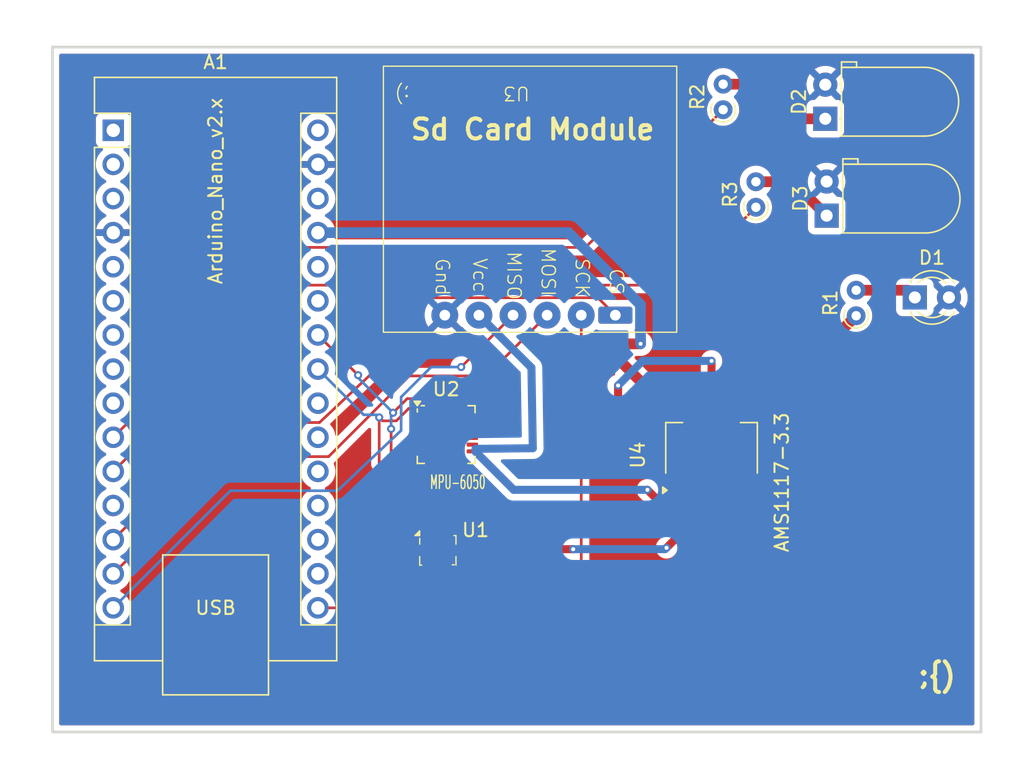
<source format=kicad_pcb>
(kicad_pcb (version 20241229) (generator "pcbnew") (generator_version "9.0")
  (layers (0 "F.Cu" signal) (2 "B.Cu" signal) (13 "F.Paste" user) (15 "B.Paste" user) (5 "F.SilkS" user "F.Silkscreen") (7 "B.SilkS" user "B.Silkscreen") (1 "F.Mask" user) (3 "B.Mask" user) (25 "Edge.Cuts" user))
  (net 0 "")
  (net 1 "/MISO")
  (net 2 "/SCK")
  (net 4 "GND")
  (net 5 "+5V")
  (net 6 "/L3")
  (net 8 "/L2")
  (net 14 "/MOSI")
  (net 20 "/SDA")
  (net 26 "/SCL")
  (net 27 "/cs")
  (net 30 "Net-(D1-K)")
  (net 31 "Net-(D2-K)")
  (net 32 "Net-(D3-K)")
  (net 35 "/PWR(3.3)")
  (footprint "LED_THT:LED_D5.0mm_Horizontal_O1.27mm_Z3.0mm" (layer "F.Cu") (at 183.5766 67.2642 90)
    (property "Reference" "D2" (at 1.27 -1.96 90) (layer "F.SilkS"))
    (property "Value" "LED")
    (fp_line (start 2.54 1.08) (end 2.54 1.08) (stroke (width 0.12)) (layer "F.SilkS"))
    (fp_line (start 2.54 1.08) (end 2.54 1.21) (stroke (width 0.12)) (layer "F.SilkS"))
    (fp_line (start 0 1.08) (end 0 1.08) (stroke (width 0.12)) (layer "F.SilkS"))
    (fp_line (start 0 1.08) (end 0 1.21) (stroke (width 0.12)) (layer "F.SilkS"))
    (fp_line (start 4.23 1.21) (end 4.23 2.33) (stroke (width 0.12)) (layer "F.SilkS"))
    (fp_line (start 3.83 1.21) (end 4.23 1.21) (stroke (width 0.12)) (layer "F.SilkS"))
    (fp_line (start 3.83 1.21) (end 3.83 7.37) (stroke (width 0.12)) (layer "F.SilkS"))
    (fp_line (start 2.54 1.21) (end 2.54 1.08) (stroke (width 0.12)) (layer "F.SilkS"))
    (fp_line (start 2.54 1.21) (end 2.54 1.21) (stroke (width 0.12)) (layer "F.SilkS"))
    (fp_line (start 0 1.21) (end 0 1.08) (stroke (width 0.12)) (layer "F.SilkS"))
    (fp_line (start 0 1.21) (end 0 1.21) (stroke (width 0.12)) (layer "F.SilkS"))
    (fp_line (start -1.29 1.21) (end 3.83 1.21) (stroke (width 0.12)) (layer "F.SilkS"))
    (fp_line (start -1.29 1.21) (end -1.29 7.37) (stroke (width 0.12)) (layer "F.SilkS"))
    (fp_line (start 4.23 2.33) (end 3.83 2.33) (stroke (width 0.12)) (layer "F.SilkS"))
    (fp_line (start 3.83 2.33) (end 3.83 1.21) (stroke (width 0.12)) (layer "F.SilkS"))
    (fp_arc (start 3.83 7.37) (mid 1.27 9.93) (end -1.29 7.37) (stroke (width 0.12)) (layer "F.SilkS"))
    (pad "1" thru_hole rect (at 0 0 90) (size 1.8 1.8) (drill 0.9) (layers "*.Cu" "*.Mask") (net 31 "Net-(D2-K)"))
    (pad "2" thru_hole circle (at 2.54 0 90) (size 1.8 1.8) (drill 0.9) (layers "*.Cu" "*.Mask") (net 4 "GND"))
  )
  (footprint "LED_THT:LED_D5.0mm_Horizontal_O1.27mm_Z3.0mm_Clear" (layer "F.Cu") (at 183.6782 74.4778 90)
    (property "Reference" "D3" (at 1.27 -1.96 90) (layer "F.SilkS"))
    (property "Value" "LED")
    (fp_line (start 2.54 1.08) (end 2.54 1.08) (stroke (width 0.12)) (layer "F.SilkS"))
    (fp_line (start 2.54 1.08) (end 2.54 1.21) (stroke (width 0.12)) (layer "F.SilkS"))
    (fp_line (start 0 1.08) (end 0 1.08) (stroke (width 0.12)) (layer "F.SilkS"))
    (fp_line (start 0 1.08) (end 0 1.21) (stroke (width 0.12)) (layer "F.SilkS"))
    (fp_line (start 4.23 1.21) (end 4.23 2.33) (stroke (width 0.12)) (layer "F.SilkS"))
    (fp_line (start 3.83 1.21) (end 4.23 1.21) (stroke (width 0.12)) (layer "F.SilkS"))
    (fp_line (start 3.83 1.21) (end 3.83 7.37) (stroke (width 0.12)) (layer "F.SilkS"))
    (fp_line (start 2.54 1.21) (end 2.54 1.08) (stroke (width 0.12)) (layer "F.SilkS"))
    (fp_line (start 2.54 1.21) (end 2.54 1.21) (stroke (width 0.12)) (layer "F.SilkS"))
    (fp_line (start 0 1.21) (end 0 1.08) (stroke (width 0.12)) (layer "F.SilkS"))
    (fp_line (start 0 1.21) (end 0 1.21) (stroke (width 0.12)) (layer "F.SilkS"))
    (fp_line (start -1.29 1.21) (end 3.83 1.21) (stroke (width 0.12)) (layer "F.SilkS"))
    (fp_line (start -1.29 1.21) (end -1.29 7.37) (stroke (width 0.12)) (layer "F.SilkS"))
    (fp_line (start 4.23 2.33) (end 3.83 2.33) (stroke (width 0.12)) (layer "F.SilkS"))
    (fp_line (start 3.83 2.33) (end 3.83 1.21) (stroke (width 0.12)) (layer "F.SilkS"))
    (fp_arc (start 3.83 7.37) (mid 1.27 9.93) (end -1.29 7.37) (stroke (width 0.12)) (layer "F.SilkS"))
    (pad "1" thru_hole rect (at 0 0 90) (size 1.8 1.8) (drill 0.9) (layers "*.Cu" "*.Mask") (net 32 "Net-(D3-K)"))
    (pad "2" thru_hole circle (at 2.54 0 90) (size 1.8 1.8) (drill 0.9) (layers "*.Cu" "*.Mask") (net 4 "GND"))
  )
  (footprint "Package_TO_SOT_SMD:SOT-223-3_TabPin2" (layer "F.Cu") (at 175.1076 91.7956 90)
    (property "Reference" "U4" (at -0.508 -5.4864 90) (layer "F.SilkS"))
    (property "Value" "AMS1117-3.3" (at -2.54 5.2324 270) (layer "F.SilkS"))
    (fp_line (start 1.91 -3.41) (end 1.91 -2.15) (stroke (width 0.12)) (layer "F.SilkS"))
    (fp_line (start -1.85 -3.41) (end 1.91 -3.41) (stroke (width 0.12)) (layer "F.SilkS"))
    (fp_line (start 1.91 3.41) (end 1.91 2.15) (stroke (width 0.12)) (layer "F.SilkS"))
    (fp_line (start -1.85 3.41) (end 1.91 3.41) (stroke (width 0.12)) (layer "F.SilkS"))
    (fp_poly (pts (xy -3.13 -3.31) (xy -3.37 -3.64) (xy -2.89 -3.64) (xy -3.13 -3.31)) (stroke (width 0.12)) (fill yes) (layer "F.SilkS"))
    (pad "1" smd roundrect (at -3.15 -2.3 90) (size 2 1.5) (layers "F.Cu" "F.Mask" "F.Paste") (net 4 "GND"))
    (pad "2" smd roundrect (at -3.15 0 90) (size 2 1.5) (layers "F.Cu" "F.Mask" "F.Paste") (net 35 "/PWR(3.3)"))
    (pad "2" smd roundrect (at 3.15 0 90) (size 2 3.8) (layers "F.Cu" "F.Mask" "F.Paste") (net 35 "/PWR(3.3)"))
    (pad "3" smd roundrect (at -3.15 2.3 90) (size 2 1.5) (layers "F.Cu" "F.Mask" "F.Paste") (net 5 "+5V"))
  )
  (footprint "LED_THT:LED_D3.0mm" (layer "F.Cu") (at 190.246 80.5688)
    (property "Reference" "D1" (at 1.27 -2.96 0) (layer "F.SilkS"))
    (property "Value" "LED")
    (fp_line (start -0.29 -1.236) (end -0.29 -1.08) (stroke (width 0.12)) (layer "F.SilkS"))
    (fp_line (start -0.29 1.08) (end -0.29 1.236) (stroke (width 0.12)) (layer "F.SilkS"))
    (fp_arc (start -0.29 -1.235516) (mid 1.36566 -1.987699) (end 2.941437 -1.08) (stroke (width 0.12)) (layer "F.SilkS"))
    (fp_arc (start 0.229039 -1.08) (mid 1.27 -1.5) (end 2.310961 -1.08) (stroke (width 0.12)) (layer "F.SilkS"))
    (fp_arc (start 2.310961 1.08) (mid 1.27 1.5) (end 0.229039 1.08) (stroke (width 0.12)) (layer "F.SilkS"))
    (fp_arc (start 2.941437 1.08) (mid 1.36566 1.987699) (end -0.29 1.235516) (stroke (width 0.12)) (layer "F.SilkS"))
    (pad "1" thru_hole rect (at 0 0) (size 1.8 1.8) (drill 0.9) (layers "*.Cu" "*.Mask") (net 30 "Net-(D1-K)"))
    (pad "2" thru_hole circle (at 2.54 0) (size 1.8 1.8) (drill 0.9) (layers "*.Cu" "*.Mask") (net 4 "GND"))
  )
  (footprint "Resistor_THT:R_Axial_DIN0204_L3.6mm_D1.6mm_P1.90mm_Vertical" (layer "F.Cu") (at 185.8772 81.931 90)
    (property "Reference" "R1" (at 0.95 -1.92 90) (layer "F.SilkS"))
    (property "Value" "330")
    (fp_arc (start 0.417133 0.82) (mid -0.92 0) (end 0.417133 -0.82) (stroke (width 0.12)) (layer "F.SilkS"))
    (pad "1" thru_hole circle (at 0 0 90) (size 1.4 1.4) (drill 0.7) (layers "*.Cu" "*.Mask") (net 5 "+5V"))
    (pad "2" thru_hole circle (at 1.9 0 90) (size 1.4 1.4) (drill 0.7) (layers "*.Cu" "*.Mask") (net 30 "Net-(D1-K)"))
  )
  (footprint "GovindLibrary:Sd card module" (layer "F.Cu") (at 161.5948 74.7776 180)
    (property "Reference" "U3" (at 1.016 9.398 180) (layer "F.SilkS") (effects (font (thickness 0.1))))
    (property "Value" "~" (hide yes))
    (fp_rect (start -10.922 -8.382) (end 10.922 11.43) (stroke (width 0.1)) (fill no) (layer "F.SilkS"))
    (fp_text user "Gnd" (at 7.112 -2.794 270) (layer "F.SilkS") (effects (font (thickness 0.1)) (justify left bottom)))
    (fp_text user "MOSI" (at -0.762 -2.032 270) (layer "F.SilkS") (effects (font (thickness 0.1)) (justify left bottom)))
    (fp_text user "CS" (at -5.842 -3.556 270) (layer "F.SilkS") (effects (font (thickness 0.1)) (justify left bottom)))
    (fp_text user "SCK" (at -3.302 -2.794 270) (layer "F.SilkS") (effects (font (thickness 0.1)) (justify left bottom)))
    (fp_text user "Vcc" (at 4.318 -2.794 270) (layer "F.SilkS") (effects (font (thickness 0.1)) (justify left bottom)))
    (fp_text user ";)" (at 8.89 9.906 180) (layer "F.SilkS") (effects (font (thickness 0.1)) (justify left bottom)))
    (fp_text user "MISO" (at 1.778 -2.286 270) (layer "F.SilkS") (effects (font (thickness 0.1)) (justify left bottom)))
    (pad "1" thru_hole roundrect (at -6.35 -7.112 180) (size 2.54 1.27) (drill 0.8) (layers "*.Cu" "*.Mask") (roundrect_rratio 0.15) (net 27 "/cs"))
    (pad "2" thru_hole circle (at -3.81 -7.112 180) (size 2 2) (drill 0.8) (layers "*.Cu" "*.Mask") (net 2 "/SCK"))
    (pad "3" thru_hole circle (at -1.27 -7.112 180) (size 2 2) (drill 0.8) (layers "*.Cu" "*.Mask") (net 14 "/MOSI"))
    (pad "4" thru_hole circle (at 1.27 -7.112 180) (size 2 2) (drill 0.8) (layers "*.Cu" "*.Mask") (net 1 "/MISO"))
    (pad "5" thru_hole circle (at 3.81 -7.112 180) (size 2 2) (drill 0.8) (layers "*.Cu" "*.Mask") (net 35 "/PWR(3.3)"))
    (pad "6" thru_hole circle (at 6.35 -7.112 180) (size 2 2) (drill 0.8) (layers "*.Cu" "*.Mask") (net 4 "GND"))
  )
  (footprint "Resistor_THT:R_Axial_DIN0204_L3.6mm_D1.6mm_P1.90mm_Vertical" (layer "F.Cu") (at 178.4096 73.8538 90)
    (property "Reference" "R3" (at 0.95 -1.92 90) (layer "F.SilkS"))
    (property "Value" "330")
    (fp_arc (start 0.417133 0.82) (mid -0.92 0) (end 0.417133 -0.82) (stroke (width 0.12)) (layer "F.SilkS"))
    (pad "1" thru_hole circle (at 0 0 90) (size 1.4 1.4) (drill 0.7) (layers "*.Cu" "*.Mask") (net 6 "/L3"))
    (pad "2" thru_hole circle (at 1.9 0 90) (size 1.4 1.4) (drill 0.7) (layers "*.Cu" "*.Mask") (net 32 "Net-(D3-K)"))
  )
  (footprint "Package_LGA:Bosch_LGA-8_2x2.5mm_P0.65mm_ClockwisePinNumbering" (layer "F.Cu") (at 154.727 99.4028)
    (property "Reference" "U1" (at 2.8038 -1.5112 0) (layer "F.SilkS"))
    (property "Value" "BMP280")
    (fp_line (start -1.35 -0.46) (end -1.35 -0.9) (stroke (width 0.1)) (layer "F.SilkS"))
    (fp_line (start -1.35 1.1) (end -1.35 0.46) (stroke (width 0.1)) (layer "F.SilkS"))
    (fp_line (start -1.35 1.1) (end -1.2 1.1) (stroke (width 0.1)) (layer "F.SilkS"))
    (fp_line (start 1.075 1.075) (end 1.225 1.075) (stroke (width 0.1)) (layer "F.SilkS"))
    (fp_line (start 1.2 -1.1) (end 1.35 -1.1) (stroke (width 0.1)) (layer "F.SilkS"))
    (fp_line (start 1.35 -0.46) (end 1.35 -1.1) (stroke (width 0.1)) (layer "F.SilkS"))
    (fp_line (start 1.35 1.1) (end 1.35 0.46) (stroke (width 0.1)) (layer "F.SilkS"))
    (fp_poly (pts (xy -1.35 -1.1) (xy -1.71 -1.1) (xy -1.35 -1.46) (xy -1.35 -1.1)) (stroke (width 0.1)) (fill yes) (layer "F.SilkS"))
    (pad "1" smd rect (at -0.975 -0.8 90) (size 0.5 0.35) (layers "F.Cu" "F.Mask" "F.Paste") (net 4 "GND"))
    (pad "2" smd rect (at -0.325 -0.8 90) (size 0.5 0.35) (layers "F.Cu" "F.Mask" "F.Paste"))
    (pad "3" smd rect (at 0.325 -0.8 90) (size 0.5 0.35) (layers "F.Cu" "F.Mask" "F.Paste") (net 20 "/SDA"))
    (pad "4" smd rect (at 0.975 -0.8 90) (size 0.5 0.35) (layers "F.Cu" "F.Mask" "F.Paste") (net 26 "/SCL"))
    (pad "5" smd rect (at 0.975 0.8 90) (size 0.5 0.35) (layers "F.Cu" "F.Mask" "F.Paste"))
    (pad "6" smd rect (at 0.325 0.8 90) (size 0.5 0.35) (layers "F.Cu" "F.Mask" "F.Paste"))
    (pad "7" smd rect (at -0.325 0.8 90) (size 0.5 0.35) (layers "F.Cu" "F.Mask" "F.Paste") (net 4 "GND"))
    (pad "8" smd rect (at -0.975 0.8 90) (size 0.5 0.35) (layers "F.Cu" "F.Mask" "F.Paste") (net 35 "/PWR(3.3)"))
  )
  (footprint "Module:Arduino_Nano" (layer "F.Cu") (at 130.556 68.1228)
    (property "Reference" "A1" (at 7.62 -5.08 0) (layer "F.SilkS"))
    (property "Value" "Arduino_Nano_v2.x" (at 7.61 4.5212 90) (layer "F.SilkS"))
    (fp_line (start -1.4 -3.94) (end -1.4 -1.27) (stroke (width 0.12)) (layer "F.SilkS"))
    (fp_line (start -1.4 1.27) (end -1.4 39.5) (stroke (width 0.12)) (layer "F.SilkS"))
    (fp_line (start -1.4 39.5) (end 3.68 39.5) (stroke (width 0.12)) (layer "F.SilkS"))
    (fp_line (start 1.27 -1.27) (end -1.4 -1.27) (stroke (width 0.12)) (layer "F.SilkS"))
    (fp_line (start 1.27 1.27) (end -1.4 1.27) (stroke (width 0.12)) (layer "F.SilkS"))
    (fp_line (start 1.27 1.27) (end 1.27 -1.27) (stroke (width 0.12)) (layer "F.SilkS"))
    (fp_line (start 1.27 1.27) (end 1.27 36.83) (stroke (width 0.12)) (layer "F.SilkS"))
    (fp_line (start 1.27 36.83) (end -1.4 36.83) (stroke (width 0.12)) (layer "F.SilkS"))
    (fp_line (start 3.68 31.62) (end 11.56 31.62) (stroke (width 0.12)) (layer "F.SilkS"))
    (fp_line (start 3.68 42.04) (end 3.68 31.62) (stroke (width 0.12)) (layer "F.SilkS"))
    (fp_line (start 11.56 31.62) (end 11.56 42.04) (stroke (width 0.12)) (layer "F.SilkS"))
    (fp_line (start 11.56 42.04) (end 3.68 42.04) (stroke (width 0.12)) (layer "F.SilkS"))
    (fp_line (start 13.97 -1.27) (end 13.97 36.83) (stroke (width 0.12)) (layer "F.SilkS"))
    (fp_line (start 13.97 -1.27) (end 16.64 -1.27) (stroke (width 0.12)) (layer "F.SilkS"))
    (fp_line (start 13.97 36.83) (end 16.64 36.83) (stroke (width 0.12)) (layer "F.SilkS"))
    (fp_line (start 16.64 -3.94) (end -1.4 -3.94) (stroke (width 0.12)) (layer "F.SilkS"))
    (fp_line (start 16.64 39.5) (end 11.56 39.5) (stroke (width 0.12)) (layer "F.SilkS"))
    (fp_line (start 16.64 39.5) (end 16.64 -3.94) (stroke (width 0.12)) (layer "F.SilkS"))
    (fp_text user "USB" (at 7.62 35.56 0) (layer "F.SilkS"))
    (pad "1" thru_hole rect (at 0 0) (size 1.6 1.6) (drill 1) (layers "*.Cu" "*.Mask"))
    (pad "2" thru_hole oval (at 0 2.54) (size 1.6 1.6) (drill 1) (layers "*.Cu" "*.Mask"))
    (pad "3" thru_hole oval (at 0 5.08) (size 1.6 1.6) (drill 1) (layers "*.Cu" "*.Mask"))
    (pad "4" thru_hole oval (at 0 7.62) (size 1.6 1.6) (drill 1) (layers "*.Cu" "*.Mask") (net 4 "GND"))
    (pad "5" thru_hole oval (at 0 10.16) (size 1.6 1.6) (drill 1) (layers "*.Cu" "*.Mask"))
    (pad "6" thru_hole oval (at 0 12.7) (size 1.6 1.6) (drill 1) (layers "*.Cu" "*.Mask"))
    (pad "7" thru_hole oval (at 0 15.24) (size 1.6 1.6) (drill 1) (layers "*.Cu" "*.Mask"))
    (pad "8" thru_hole oval (at 0 17.78) (size 1.6 1.6) (drill 1) (layers "*.Cu" "*.Mask"))
    (pad "9" thru_hole oval (at 0 20.32) (size 1.6 1.6) (drill 1) (layers "*.Cu" "*.Mask"))
    (pad "10" thru_hole oval (at 0 22.86) (size 1.6 1.6) (drill 1) (layers "*.Cu" "*.Mask") (net 8 "/L2"))
    (pad "11" thru_hole oval (at 0 25.4) (size 1.6 1.6) (drill 1) (layers "*.Cu" "*.Mask") (net 6 "/L3"))
    (pad "12" thru_hole oval (at 0 27.94) (size 1.6 1.6) (drill 1) (layers "*.Cu" "*.Mask"))
    (pad "13" thru_hole oval (at 0 30.48) (size 1.6 1.6) (drill 1) (layers "*.Cu" "*.Mask") (net 27 "/cs"))
    (pad "14" thru_hole oval (at 0 33.02) (size 1.6 1.6) (drill 1) (layers "*.Cu" "*.Mask") (net 14 "/MOSI"))
    (pad "15" thru_hole oval (at 0 35.56) (size 1.6 1.6) (drill 1) (layers "*.Cu" "*.Mask") (net 1 "/MISO"))
    (pad "16" thru_hole oval (at 15.24 35.56) (size 1.6 1.6) (drill 1) (layers "*.Cu" "*.Mask") (net 2 "/SCK"))
    (pad "17" thru_hole oval (at 15.24 33.02) (size 1.6 1.6) (drill 1) (layers "*.Cu" "*.Mask"))
    (pad "18" thru_hole oval (at 15.24 30.48) (size 1.6 1.6) (drill 1) (layers "*.Cu" "*.Mask"))
    (pad "19" thru_hole oval (at 15.24 27.94) (size 1.6 1.6) (drill 1) (layers "*.Cu" "*.Mask"))
    (pad "20" thru_hole oval (at 15.24 25.4) (size 1.6 1.6) (drill 1) (layers "*.Cu" "*.Mask"))
    (pad "21" thru_hole oval (at 15.24 22.86) (size 1.6 1.6) (drill 1) (layers "*.Cu" "*.Mask"))
    (pad "22" thru_hole oval (at 15.24 20.32) (size 1.6 1.6) (drill 1) (layers "*.Cu" "*.Mask"))
    (pad "23" thru_hole oval (at 15.24 17.78) (size 1.6 1.6) (drill 1) (layers "*.Cu" "*.Mask") (net 20 "/SDA"))
    (pad "24" thru_hole oval (at 15.24 15.24) (size 1.6 1.6) (drill 1) (layers "*.Cu" "*.Mask") (net 26 "/SCL"))
    (pad "25" thru_hole oval (at 15.24 12.7) (size 1.6 1.6) (drill 1) (layers "*.Cu" "*.Mask"))
    (pad "26" thru_hole oval (at 15.24 10.16) (size 1.6 1.6) (drill 1) (layers "*.Cu" "*.Mask"))
    (pad "27" thru_hole oval (at 15.24 7.62) (size 1.6 1.6) (drill 1) (layers "*.Cu" "*.Mask") (net 5 "+5V"))
    (pad "28" thru_hole oval (at 15.24 5.08) (size 1.6 1.6) (drill 1) (layers "*.Cu" "*.Mask"))
    (pad "29" thru_hole oval (at 15.24 2.54) (size 1.6 1.6) (drill 1) (layers "*.Cu" "*.Mask") (net 4 "GND"))
    (pad "30" thru_hole oval (at 15.24 0) (size 1.6 1.6) (drill 1) (layers "*.Cu" "*.Mask"))
  )
  (footprint "Resistor_THT:R_Axial_DIN0204_L3.6mm_D1.6mm_P1.90mm_Vertical" (layer "F.Cu") (at 175.9712 66.5894 90)
    (property "Reference" "R2" (at 0.95 -1.92 90) (layer "F.SilkS"))
    (property "Value" "330")
    (fp_arc (start 0.417133 0.82) (mid -0.92 0) (end 0.417133 -0.82) (stroke (width 0.12)) (layer "F.SilkS"))
    (pad "1" thru_hole circle (at 0 0 90) (size 1.4 1.4) (drill 0.7) (layers "*.Cu" "*.Mask") (net 8 "/L2"))
    (pad "2" thru_hole circle (at 1.9 0 90) (size 1.4 1.4) (drill 0.7) (layers "*.Cu" "*.Mask") (net 31 "Net-(D2-K)"))
  )
  (footprint "Sensor_Motion:InvenSense_QFN-24_4x4mm_P0.5mm" (layer "F.Cu") (at 155.3464 90.7796)
    (property "Reference" "U2" (at 0 -3.375 0) (layer "F.SilkS"))
    (property "Value" "MPU-6050" (at 0.8636 3.556 180) (layer "F.SilkS") (effects (font (size 1 0.5) (thickness 0.1) (bold yes))))
    (fp_line (start -2.15 -1.685) (end -2.15 -1.91) (stroke (width 0.12)) (layer "F.SilkS"))
    (fp_line (start -2.15 2.15) (end -2.15 1.625) (stroke (width 0.12)) (layer "F.SilkS"))
    (fp_line (start -2.15 2.15) (end -1.625 2.15) (stroke (width 0.12)) (layer "F.SilkS"))
    (fp_line (start -1.625 -2.15) (end -1.85 -2.15) (stroke (width 0.12)) (layer "F.SilkS"))
    (fp_line (start 2.15 -2.15) (end 1.625 -2.15) (stroke (width 0.12)) (layer "F.SilkS"))
    (fp_line (start 2.15 -2.15) (end 2.15 -1.625) (stroke (width 0.12)) (layer "F.SilkS"))
    (fp_line (start 2.15 2.15) (end 1.625 2.15) (stroke (width 0.12)) (layer "F.SilkS"))
    (fp_line (start 2.15 2.15) (end 2.15 1.625) (stroke (width 0.12)) (layer "F.SilkS"))
    (fp_poly (pts (xy -2.15 -2.15) (xy -2.39 -2.48) (xy -1.91 -2.48) (xy -2.15 -2.15)) (stroke (width 0.12)) (fill yes) (layer "F.SilkS"))
    (pad "1" smd roundrect (at -1.95 -1.25) (size 0.85 0.3) (layers "F.Cu" "F.Mask" "F.Paste"))
    (pad "2" smd roundrect (at -1.95 -0.75) (size 0.85 0.3) (layers "F.Cu" "F.Mask" "F.Paste"))
    (pad "3" smd roundrect (at -1.95 -0.25) (size 0.85 0.3) (layers "F.Cu" "F.Mask" "F.Paste"))
    (pad "4" smd roundrect (at -1.95 0.25) (size 0.85 0.3) (layers "F.Cu" "F.Mask" "F.Paste"))
    (pad "5" smd roundrect (at -1.95 0.75) (size 0.85 0.3) (layers "F.Cu" "F.Mask" "F.Paste"))
    (pad "6" smd roundrect (at -1.95 1.25) (size 0.85 0.3) (layers "F.Cu" "F.Mask" "F.Paste"))
    (pad "7" smd roundrect (at -1.25 1.95 90) (size 0.85 0.3) (layers "F.Cu" "F.Mask" "F.Paste"))
    (pad "8" smd roundrect (at -0.75 1.95 90) (size 0.85 0.3) (layers "F.Cu" "F.Mask" "F.Paste"))
    (pad "9" smd roundrect (at -0.25 1.95 90) (size 0.85 0.3) (layers "F.Cu" "F.Mask" "F.Paste"))
    (pad "10" smd roundrect (at 0.25 1.95 90) (size 0.85 0.3) (layers "F.Cu" "F.Mask" "F.Paste"))
    (pad "11" smd roundrect (at 0.75 1.95 90) (size 0.85 0.3) (layers "F.Cu" "F.Mask" "F.Paste"))
    (pad "12" smd roundrect (at 1.25 1.95 90) (size 0.85 0.3) (layers "F.Cu" "F.Mask" "F.Paste"))
    (pad "13" smd roundrect (at 1.95 1.25) (size 0.85 0.3) (layers "F.Cu" "F.Mask" "F.Paste") (net 35 "/PWR(3.3)"))
    (pad "14" smd roundrect (at 1.95 0.75) (size 0.85 0.3) (layers "F.Cu" "F.Mask" "F.Paste"))
    (pad "15" smd roundrect (at 1.95 0.25) (size 0.85 0.3) (layers "F.Cu" "F.Mask" "F.Paste"))
    (pad "16" smd roundrect (at 1.95 -0.25) (size 0.85 0.3) (layers "F.Cu" "F.Mask" "F.Paste"))
    (pad "17" smd roundrect (at 1.95 -0.75) (size 0.85 0.3) (layers "F.Cu" "F.Mask" "F.Paste"))
    (pad "18" smd roundrect (at 1.95 -1.25) (size 0.85 0.3) (layers "F.Cu" "F.Mask" "F.Paste") (net 4 "GND"))
    (pad "19" smd roundrect (at 1.25 -1.95 90) (size 0.85 0.3) (layers "F.Cu" "F.Mask" "F.Paste"))
    (pad "20" smd roundrect (at 0.75 -1.95 90) (size 0.85 0.3) (layers "F.Cu" "F.Mask" "F.Paste"))
    (pad "21" smd roundrect (at 0.25 -1.95 90) (size 0.85 0.3) (layers "F.Cu" "F.Mask" "F.Paste"))
    (pad "22" smd roundrect (at -0.25 -1.95 90) (size 0.85 0.3) (layers "F.Cu" "F.Mask" "F.Paste"))
    (pad "23" smd roundrect (at -0.75 -1.95 90) (size 0.85 0.3) (layers "F.Cu" "F.Mask" "F.Paste") (net 26 "/SCL"))
    (pad "24" smd roundrect (at -1.25 -1.95 90) (size 0.85 0.3) (layers "F.Cu" "F.Mask" "F.Paste") (net 20 "/SDA"))
    (zone (net 0) (net_name "") (layer "F.Cu") (connect_pads (clearance 0)) (min_thickness 0.254)
      (keepout (tracks not_allowed) (vias not_allowed) (pads not_allowed) (copperpour not_allowed) (footprints allowed))
      (fill (thermal_gap 0.508) (thermal_bridge_width 0.508))
      (polygon (pts (xy 153.9714 89.4546) (xy 156.7214 89.4546) (xy 156.7214 92.1046) (xy 153.9714 92.1046)))
    )
  )
  (gr_rect (start 126.0348 61.9252) (end 195.1736 112.9284) (stroke (width 0.2)) (fill no) (layer "Edge.Cuts"))
  (gr_text ";{)" (at 190.3476 109.5756 0) (layer "F.SilkS") (effects (font (size 1.5 1.5) (thickness 0.3) (bold yes)) (justify left bottom)))
  (gr_text "Sd Card Module" (at 152.5524 68.9356 0) (layer "F.SilkS") (effects (font (size 1.5 1.5) (thickness 0.3) (bold yes)) (justify left bottom)))
  (segment (start 160.3248 81.8896) (end 156.464 85.7504) (width 0.2) (layer "F.Cu") (net 1))
  (via (at 156.464 85.7504) (size 0.6) (drill 0.3) (layers "F.Cu" "B.Cu") (net 1))
  (segment (start 151.9936 90.4748) (end 151.9936 87.9856) (width 0.2) (layer "B.Cu") (net 1))
  (segment (start 130.556 103.6828) (end 139.277 94.9618) (width 0.2) (layer "B.Cu") (net 1))
  (segment (start 151.9936 87.9856) (end 154.2288 85.7504) (width 0.2) (layer "B.Cu") (net 1))
  (segment (start 154.2288 85.7504) (end 156.464 85.7504) (width 0.2) (layer "B.Cu") (net 1))
  (segment (start 139.277 94.9618) (end 147.2526 94.9618) (width 0.2) (layer "B.Cu") (net 1))
  (segment (start 147.2526 94.9618) (end 151.9936 90.4748) (width 0.2) (layer "B.Cu") (net 1))
  (segment (start 145.796 103.6828) (end 165.4048 103.6828) (width 0.2) (layer "F.Cu") (net 2))
  (segment (start 165.4048 103.6828) (end 165.4048 81.8896) (width 0.2) (layer "F.Cu") (net 2))
  (segment (start 177.4076 94.409922) (end 177.4076 94.9456) (width 0.8) (layer "F.Cu") (net 5))
  (segment (start 167.0304 84.032722) (end 177.4076 94.409922) (width 0.8) (layer "F.Cu") (net 5))
  (segment (start 169.8244 84.0232) (end 167.0304 84.032722) (width 0.8) (layer "F.Cu") (net 5))
  (segment (start 177.4076 94.9456) (end 177.4076 90.4006) (width 0.8) (layer "F.Cu") (net 5))
  (segment (start 177.4076 90.4006) (end 185.8772 81.931) (width 0.8) (layer "F.Cu") (net 5))
  (via (at 169.8244 84.0232) (size 0.6) (drill 0.3) (layers "F.Cu" "B.Cu") (net 5))
  (segment (start 169.8158 82.66723) (end 169.8158 81.11197) (width 0.8) (layer "B.Cu") (net 5))
  (segment (start 169.8158 81.11197) (end 164.44663 75.7428) (width 0.8) (layer "B.Cu") (net 5))
  (segment (start 169.8244 84.0232) (end 169.8158 82.66723) (width 0.8) (layer "B.Cu") (net 5))
  (segment (start 164.44663 75.7428) (end 145.796 75.7428) (width 0.8) (layer "B.Cu") (net 5))
  (segment (start 130.556 93.5228) (end 144.4244 79.6544) (width 0.2) (layer "F.Cu") (net 6))
  (segment (start 172.609 79.6544) (end 178.4096 73.8538) (width 0.2) (layer "F.Cu") (net 6))
  (segment (start 144.4244 79.6544) (end 172.609 79.6544) (width 0.2) (layer "F.Cu") (net 6))
  (segment (start 165.7168 76.8438) (end 175.9712 66.5894) (width 0.2) (layer "F.Cu") (net 8))
  (segment (start 130.556 90.9828) (end 144.695 76.8438) (width 0.2) (layer "F.Cu") (net 8))
  (segment (start 144.695 76.8438) (end 165.7168 76.8438) (width 0.2) (layer "F.Cu") (net 8))
  (segment (start 158.3436 86.4108) (end 152.6032 86.4108) (width 0.2) (layer "F.Cu") (net 14))
  (segment (start 139.277 92.4218) (end 130.556 101.1428) (width 0.2) (layer "F.Cu") (net 14))
  (segment (start 146.5922 92.4218) (end 139.277 92.4218) (width 0.2) (layer "F.Cu") (net 14))
  (segment (start 152.6032 86.4108) (end 146.5922 92.4218) (width 0.2) (layer "F.Cu") (net 14))
  (segment (start 162.8648 81.8896) (end 158.3436 86.4108) (width 0.2) (layer "F.Cu") (net 14))
  (segment (start 154.0964 88.8296) (end 152.567943 88.8296) (width 0.2) (layer "F.Cu") (net 20))
  (segment (start 152.567943 88.8296) (end 151.642543 89.755) (width 0.2) (layer "F.Cu") (net 20))
  (segment (start 151.642543 89.755) (end 150.6134 89.755) (width 0.2) (layer "F.Cu") (net 20))
  (segment (start 150.360465 92.956465) (end 155.052 97.648) (width 0.2) (layer "F.Cu") (net 20))
  (segment (start 150.6134 89.755) (end 150.360465 89.502065) (width 0.2) (layer "F.Cu") (net 20))
  (segment (start 155.052 97.648) (end 155.052 98.6028) (width 0.2) (layer "F.Cu") (net 20))
  (segment (start 150.360465 89.502065) (end 150.360465 92.956465) (width 0.2) (layer "F.Cu") (net 20))
  (via (at 150.360465 89.502065) (size 0.6) (drill 0.3) (layers "F.Cu" "B.Cu") (net 20))
  (segment (start 150.360465 89.502065) (end 150.1648 89.3064) (width 0.2) (layer "B.Cu") (net 20))
  (segment (start 150.1648 89.3064) (end 149.1996 89.3064) (width 0.2) (layer "B.Cu") (net 20))
  (segment (start 149.1996 89.3064) (end 145.796 85.9028) (width 0.2) (layer "B.Cu") (net 20))
  (segment (start 151.3936 89.154) (end 152.444 88.1036) (width 0.2) (layer "F.Cu") (net 26))
  (segment (start 145.796 83.3628) (end 148.790042 86.356842) (width 0.2) (layer "F.Cu") (net 26))
  (segment (start 154.5964 88.370776) (end 154.5964 88.8296) (width 0.2) (layer "F.Cu") (net 26))
  (segment (start 155.702 96.716424) (end 151.247307 92.261731) (width 0.2) (layer "F.Cu") (net 26))
  (segment (start 154.329224 88.1036) (end 154.5964 88.370776) (width 0.2) (layer "F.Cu") (net 26))
  (segment (start 148.790042 86.356842) (end 148.790233 86.356842) (width 0.2) (layer "F.Cu") (net 26))
  (segment (start 151.247307 92.261731) (end 151.247307 90.354999) (width 0.2) (layer "F.Cu") (net 26))
  (segment (start 155.702 98.6028) (end 155.702 96.716424) (width 0.2) (layer "F.Cu") (net 26))
  (segment (start 152.444 88.1036) (end 154.329224 88.1036) (width 0.2) (layer "F.Cu") (net 26))
  (via (at 151.247307 90.354999) (size 0.6) (drill 0.3) (layers "F.Cu" "B.Cu") (net 26))
  (via (at 148.790233 86.356842) (size 0.6) (drill 0.3) (layers "F.Cu" "B.Cu") (net 26))
  (via (at 151.3936 89.154) (size 0.6) (drill 0.3) (layers "F.Cu" "B.Cu") (net 26))
  (segment (start 151.247307 90.354999) (end 151.247307 89.300293) (width 0.2) (layer "B.Cu") (net 26))
  (segment (start 148.790233 86.356842) (end 148.790233 86.550633) (width 0.2) (layer "B.Cu") (net 26))
  (segment (start 151.247307 89.300293) (end 151.3936 89.154) (width 0.2) (layer "B.Cu") (net 26))
  (segment (start 148.790233 86.550633) (end 151.3936 89.154) (width 0.2) (layer "B.Cu") (net 26))
  (segment (start 152.908 83.312) (end 145.91405 89.8818) (width 0.2) (layer "F.Cu") (net 27))
  (segment (start 166.6438 80.5886) (end 153.8026 80.5886) (width 0.2) (layer "F.Cu") (net 27))
  (segment (start 152.920975 83.274175) (end 152.908 83.312) (width 0.2) (layer "F.Cu") (net 27))
  (segment (start 152.908 80.5688) (end 152.920975 83.274175) (width 0.2) (layer "F.Cu") (net 27))
  (segment (start 153.8026 80.5886) (end 152.908 80.5688) (width 0.2) (layer "F.Cu") (net 27))
  (segment (start 167.9448 81.8896) (end 166.6438 80.5886) (width 0.2) (layer "F.Cu") (net 27))
  (segment (start 145.91405 89.8818) (end 139.277 89.8818) (width 0.2) (layer "F.Cu") (net 27))
  (segment (start 139.277 89.8818) (end 130.556 98.6028) (width 0.2) (layer "F.Cu") (net 27))
  (segment (start 189.7082 80.031) (end 190.246 80.5688) (width 0.2) (layer "F.Cu") (net 30))
  (segment (start 185.8772 80.031) (end 189.7082 80.031) (width 0.8) (layer "F.Cu") (net 30))
  (segment (start 175.9712 64.6894) (end 178.7158 64.6894) (width 0.8) (layer "F.Cu") (net 31))
  (segment (start 178.7158 64.6894) (end 181.2906 67.2642) (width 0.8) (layer "F.Cu") (net 31))
  (segment (start 181.2906 67.2642) (end 183.5766 67.2642) (width 0.8) (layer "F.Cu") (net 31))
  (segment (start 181.1542 71.9538) (end 183.6782 74.4778) (width 0.8) (layer "F.Cu") (net 32))
  (segment (start 178.4096 71.9538) (end 181.1542 71.9538) (width 0.8) (layer "F.Cu") (net 32))
  (segment (start 153.726 102.5196) (end 153.726 100.2028) (width 0.4) (layer "F.Cu") (net 35))
  (segment (start 169.0116 88.8492) (end 168.148 87.9856) (width 0.6) (layer "F.Cu") (net 35))
  (segment (start 175.1076 95.8596) (end 171.7548 99.2124) (width 0.6) (layer "F.Cu") (net 35))
  (segment (start 153.726 102.5196) (end 153.8224 102.616) (width 0.6) (layer "F.Cu") (net 35))
  (segment (start 175.1076 94.9452) (end 169.0116 88.8492) (width 0.6) (layer "F.Cu") (net 35))
  (segment (start 156.21 102.616) (end 159.512 99.314) (width 0.6) (layer "F.Cu") (net 35))
  (segment (start 168.148 87.9856) (end 168.148 87.122) (width 0.6) (layer "F.Cu") (net 35))
  (segment (start 171.8846 96.4466) (end 173.6066 96.4466) (width 0.6) (layer "F.Cu") (net 35))
  (segment (start 153.8224 102.616) (end 156.21 102.616) (width 0.6) (layer "F.Cu") (net 35))
  (segment (start 159.512 99.314) (end 164.8048 99.314) (width 0.6) (layer "F.Cu") (net 35))
  (segment (start 175.1076 85.2932) (end 175.1076 88.6456) (width 0.6) (layer "F.Cu") (net 35))
  (segment (start 170.3324 94.8944) (end 171.8846 96.4466) (width 0.6) (layer "F.Cu") (net 35))
  (segment (start 173.6066 96.4466) (end 175.1076 94.9456) (width 0.6) (layer "F.Cu") (net 35))
  (via (at 164.8048 99.314) (size 0.6) (drill 0.3) (layers "F.Cu" "B.Cu") (net 35))
  (via (at 175.1076 85.2932) (size 0.6) (drill 0.3) (layers "F.Cu" "B.Cu") (net 35))
  (via (at 170.3324 94.8944) (size 0.6) (drill 0.3) (layers "F.Cu" "B.Cu") (net 35))
  (via (at 171.7548 99.2124) (size 0.6) (drill 0.3) (layers "F.Cu" "B.Cu") (net 35))
  (via (at 168.148 87.122) (size 0.6) (drill 0.3) (layers "F.Cu" "B.Cu") (net 35))
  (segment (start 171.7548 99.2124) (end 171.6532 99.314) (width 0.2) (layer "B.Cu") (net 35))
  (segment (start 161.798 91.7956) (end 161.6964 85.8012) (width 0.6) (layer "B.Cu") (net 35))
  (segment (start 171.6532 99.314) (end 164.8048 99.314) (width 0.6) (layer "B.Cu") (net 35))
  (segment (start 157.5308 91.8464) (end 161.798 91.7956) (width 0.6) (layer "B.Cu") (net 35))
  (segment (start 161.6964 85.8012) (end 157.7848 81.8896) (width 0.6) (layer "B.Cu") (net 35))
  (segment (start 169.9768 85.2932) (end 175.1076 85.2932) (width 0.6) (layer "B.Cu") (net 35))
  (segment (start 157.5308 92.0496) (end 157.5308 91.8464) (width 0.2) (layer "B.Cu") (net 35))
  (segment (start 160.3756 94.8944) (end 170.3324 94.8944) (width 0.6) (layer "B.Cu") (net 35))
  (segment (start 160.3756 94.8944) (end 157.5308 92.0496) (width 0.6) (layer "B.Cu") (net 35))
  (segment (start 168.148 87.122) (end 169.9768 85.2932) (width 0.6) (layer "B.Cu") (net 35))
  (zone (net 4) (net_name "GND") (layers "F.Cu" "B.Cu") (connect_pads (clearance 0.5)) (min_thickness 0.25) (fill yes (thermal_gap 0.5) (thermal_bridge_width 0.5))
    (polygon (pts (xy 122.1232 59.2836) (xy 122.509323 116.7384) (xy 198.374 115.8748) (xy 198.12 58.42)))
  )
)
</source>
